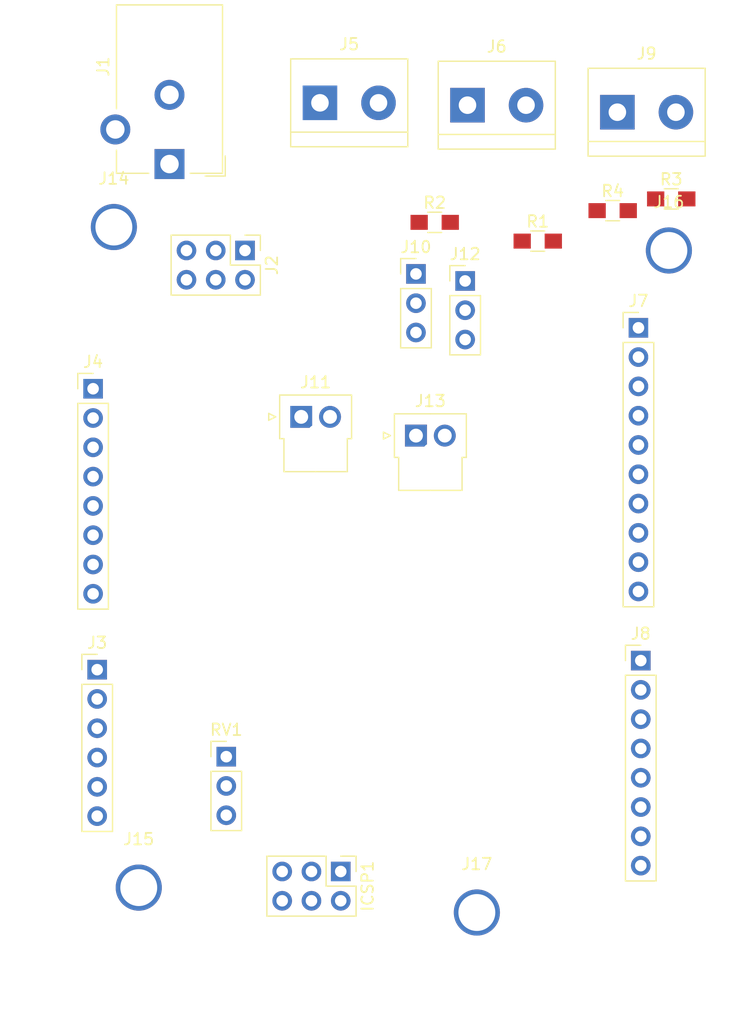
<source format=kicad_pcb>
(kicad_pcb (version 4) (host pcbnew 4.0.7)

  (general
    (links 37)
    (no_connects 37)
    (area 0 0 0 0)
    (thickness 1.6)
    (drawings 0)
    (tracks 0)
    (zones 0)
    (modules 23)
    (nets 13)
  )

  (page A4)
  (layers
    (0 F.Cu signal)
    (31 B.Cu signal)
    (32 B.Adhes user)
    (33 F.Adhes user)
    (34 B.Paste user)
    (35 F.Paste user)
    (36 B.SilkS user)
    (37 F.SilkS user)
    (38 B.Mask user)
    (39 F.Mask user)
    (40 Dwgs.User user)
    (41 Cmts.User user)
    (42 Eco1.User user)
    (43 Eco2.User user)
    (44 Edge.Cuts user)
    (45 Margin user)
    (46 B.CrtYd user)
    (47 F.CrtYd user)
    (48 B.Fab user)
    (49 F.Fab user)
  )

  (setup
    (last_trace_width 0.25)
    (trace_clearance 0.2)
    (zone_clearance 0.508)
    (zone_45_only no)
    (trace_min 0.2)
    (segment_width 0.2)
    (edge_width 0.15)
    (via_size 0.6)
    (via_drill 0.4)
    (via_min_size 0.4)
    (via_min_drill 0.3)
    (uvia_size 0.3)
    (uvia_drill 0.1)
    (uvias_allowed no)
    (uvia_min_size 0.2)
    (uvia_min_drill 0.1)
    (pcb_text_width 0.3)
    (pcb_text_size 1.5 1.5)
    (mod_edge_width 0.15)
    (mod_text_size 1 1)
    (mod_text_width 0.15)
    (pad_size 4 4)
    (pad_drill 3.2)
    (pad_to_mask_clearance 0.2)
    (aux_axis_origin 0 0)
    (visible_elements FFFFFF7F)
    (pcbplotparams
      (layerselection 0x00030_80000001)
      (usegerberextensions false)
      (excludeedgelayer true)
      (linewidth 0.100000)
      (plotframeref false)
      (viasonmask false)
      (mode 1)
      (useauxorigin false)
      (hpglpennumber 1)
      (hpglpenspeed 20)
      (hpglpendiameter 15)
      (hpglpenoverlay 2)
      (psnegative false)
      (psa4output false)
      (plotreference true)
      (plotvalue true)
      (plotinvisibletext false)
      (padsonsilk false)
      (subtractmaskfromsilk false)
      (outputformat 1)
      (mirror false)
      (drillshape 1)
      (scaleselection 1)
      (outputdirectory ""))
  )

  (net 0 "")
  (net 1 Barrel_PWR)
  (net 2 GND)
  (net 3 +5V)
  (net 4 Servo_PWR)
  (net 5 Vin)
  (net 6 A1)
  (net 7 A2)
  (net 8 A3)
  (net 9 A4)
  (net 10 A5)
  (net 11 6)
  (net 12 5)

  (net_class Default "This is the default net class."
    (clearance 0.2)
    (trace_width 0.25)
    (via_dia 0.6)
    (via_drill 0.4)
    (uvia_dia 0.3)
    (uvia_drill 0.1)
    (add_net +5V)
    (add_net 5)
    (add_net 6)
    (add_net A1)
    (add_net A2)
    (add_net A3)
    (add_net A4)
    (add_net A5)
    (add_net Barrel_PWR)
    (add_net GND)
    (add_net Servo_PWR)
    (add_net Vin)
  )

  (module Pin_Headers:Pin_Header_Straight_2x03_Pitch2.54mm (layer F.Cu) (tedit 59650532) (tstamp 5A5FF7A0)
    (at 127.381 135.128 270)
    (descr "Through hole straight pin header, 2x03, 2.54mm pitch, double rows")
    (tags "Through hole pin header THT 2x03 2.54mm double row")
    (path /5A54F9F8)
    (fp_text reference ICSP1 (at 1.27 -2.33 270) (layer F.SilkS)
      (effects (font (size 1 1) (thickness 0.15)))
    )
    (fp_text value Stack-Header_02x03_Odd_Even (at 1.27 7.41 270) (layer F.Fab)
      (effects (font (size 1 1) (thickness 0.15)))
    )
    (fp_line (start 0 -1.27) (end 3.81 -1.27) (layer F.Fab) (width 0.1))
    (fp_line (start 3.81 -1.27) (end 3.81 6.35) (layer F.Fab) (width 0.1))
    (fp_line (start 3.81 6.35) (end -1.27 6.35) (layer F.Fab) (width 0.1))
    (fp_line (start -1.27 6.35) (end -1.27 0) (layer F.Fab) (width 0.1))
    (fp_line (start -1.27 0) (end 0 -1.27) (layer F.Fab) (width 0.1))
    (fp_line (start -1.33 6.41) (end 3.87 6.41) (layer F.SilkS) (width 0.12))
    (fp_line (start -1.33 1.27) (end -1.33 6.41) (layer F.SilkS) (width 0.12))
    (fp_line (start 3.87 -1.33) (end 3.87 6.41) (layer F.SilkS) (width 0.12))
    (fp_line (start -1.33 1.27) (end 1.27 1.27) (layer F.SilkS) (width 0.12))
    (fp_line (start 1.27 1.27) (end 1.27 -1.33) (layer F.SilkS) (width 0.12))
    (fp_line (start 1.27 -1.33) (end 3.87 -1.33) (layer F.SilkS) (width 0.12))
    (fp_line (start -1.33 0) (end -1.33 -1.33) (layer F.SilkS) (width 0.12))
    (fp_line (start -1.33 -1.33) (end 0 -1.33) (layer F.SilkS) (width 0.12))
    (fp_line (start -1.8 -1.8) (end -1.8 6.85) (layer F.CrtYd) (width 0.05))
    (fp_line (start -1.8 6.85) (end 4.35 6.85) (layer F.CrtYd) (width 0.05))
    (fp_line (start 4.35 6.85) (end 4.35 -1.8) (layer F.CrtYd) (width 0.05))
    (fp_line (start 4.35 -1.8) (end -1.8 -1.8) (layer F.CrtYd) (width 0.05))
    (fp_text user %R (at 1.27 2.54 360) (layer F.Fab)
      (effects (font (size 1 1) (thickness 0.15)))
    )
    (pad 1 thru_hole rect (at 0 0 270) (size 1.7 1.7) (drill 1) (layers *.Cu *.Mask))
    (pad 2 thru_hole oval (at 2.54 0 270) (size 1.7 1.7) (drill 1) (layers *.Cu *.Mask))
    (pad 3 thru_hole oval (at 0 2.54 270) (size 1.7 1.7) (drill 1) (layers *.Cu *.Mask))
    (pad 4 thru_hole oval (at 2.54 2.54 270) (size 1.7 1.7) (drill 1) (layers *.Cu *.Mask))
    (pad 5 thru_hole oval (at 0 5.08 270) (size 1.7 1.7) (drill 1) (layers *.Cu *.Mask))
    (pad 6 thru_hole oval (at 2.54 5.08 270) (size 1.7 1.7) (drill 1) (layers *.Cu *.Mask))
    (model ${KISYS3DMOD}/Pin_Headers.3dshapes/Pin_Header_Straight_2x03_Pitch2.54mm.wrl
      (at (xyz 0 0 0))
      (scale (xyz 1 1 1))
      (rotate (xyz 0 0 0))
    )
  )

  (module Connectors:Barrel_Jack_CUI_PJ-102AH (layer F.Cu) (tedit 59BC552D) (tstamp 5A5FF7C2)
    (at 112.522 73.787 180)
    (descr "Thin-pin DC Barrel Jack, https://cdn-shop.adafruit.com/datasheets/21mmdcjackDatasheet.pdf")
    (tags "Power Jack")
    (path /5A54F3E6)
    (fp_text reference J1 (at 5.75 8.45 270) (layer F.SilkS)
      (effects (font (size 1 1) (thickness 0.15)))
    )
    (fp_text value Barrel_Jack (at -5.5 6.2 270) (layer F.Fab)
      (effects (font (size 1 1) (thickness 0.15)))
    )
    (fp_line (start 1.8 -1.8) (end 1.8 -1.2) (layer F.CrtYd) (width 0.05))
    (fp_line (start 1.8 -1.2) (end 5 -1.2) (layer F.CrtYd) (width 0.05))
    (fp_line (start 5 -1.2) (end 5 1.2) (layer F.CrtYd) (width 0.05))
    (fp_line (start 5 1.2) (end 6.5 1.2) (layer F.CrtYd) (width 0.05))
    (fp_line (start 6.5 1.2) (end 6.5 4.8) (layer F.CrtYd) (width 0.05))
    (fp_line (start 6.5 4.8) (end 5 4.8) (layer F.CrtYd) (width 0.05))
    (fp_line (start 5 4.8) (end 5 14.2) (layer F.CrtYd) (width 0.05))
    (fp_line (start 5 14.2) (end -5 14.2) (layer F.CrtYd) (width 0.05))
    (fp_line (start -5 14.2) (end -5 -1.2) (layer F.CrtYd) (width 0.05))
    (fp_line (start -5 -1.2) (end -1.8 -1.2) (layer F.CrtYd) (width 0.05))
    (fp_line (start -1.8 -1.2) (end -1.8 -1.8) (layer F.CrtYd) (width 0.05))
    (fp_line (start -1.8 -1.8) (end 1.8 -1.8) (layer F.CrtYd) (width 0.05))
    (fp_line (start 4.6 4.8) (end 4.6 13.8) (layer F.SilkS) (width 0.12))
    (fp_line (start 4.6 13.8) (end -4.6 13.8) (layer F.SilkS) (width 0.12))
    (fp_line (start -4.6 13.8) (end -4.6 -0.8) (layer F.SilkS) (width 0.12))
    (fp_line (start -4.6 -0.8) (end -1.8 -0.8) (layer F.SilkS) (width 0.12))
    (fp_line (start 1.8 -0.8) (end 4.6 -0.8) (layer F.SilkS) (width 0.12))
    (fp_line (start 4.6 -0.8) (end 4.6 1.2) (layer F.SilkS) (width 0.12))
    (fp_line (start -4.84 0.7) (end -4.84 -1.04) (layer F.SilkS) (width 0.12))
    (fp_line (start -4.84 -1.04) (end -3.1 -1.04) (layer F.SilkS) (width 0.12))
    (fp_line (start 4.5 -0.7) (end 4.5 13.7) (layer F.Fab) (width 0.1))
    (fp_line (start 4.5 13.7) (end -4.5 13.7) (layer F.Fab) (width 0.1))
    (fp_line (start -4.5 13.7) (end -4.5 0.3) (layer F.Fab) (width 0.1))
    (fp_line (start -4.5 0.3) (end -3.5 -0.7) (layer F.Fab) (width 0.1))
    (fp_line (start -3.5 -0.7) (end 4.5 -0.7) (layer F.Fab) (width 0.1))
    (fp_line (start -4.5 10.2) (end 4.5 10.2) (layer F.Fab) (width 0.1))
    (fp_text user %R (at 0 6.5 180) (layer F.Fab)
      (effects (font (size 1 1) (thickness 0.15)))
    )
    (pad 1 thru_hole rect (at 0 0 180) (size 2.6 2.6) (drill 1.6) (layers *.Cu *.Mask)
      (net 1 Barrel_PWR))
    (pad 2 thru_hole circle (at 0 6 180) (size 2.6 2.6) (drill 1.6) (layers *.Cu *.Mask)
      (net 2 GND))
    (pad 3 thru_hole circle (at 4.7 3 180) (size 2.6 2.6) (drill 1.6) (layers *.Cu *.Mask))
    (model ${KISYS3DMOD}/Connectors.3dshapes/Barrel_Jack_CUI_PJ-102AH.wrl
      (at (xyz 0 0 0))
      (scale (xyz 1 1 1))
      (rotate (xyz 0 0 0))
    )
  )

  (module Pin_Headers:Pin_Header_Straight_2x03_Pitch2.54mm (layer F.Cu) (tedit 59650532) (tstamp 5A5FF7DE)
    (at 119.0752 81.28 270)
    (descr "Through hole straight pin header, 2x03, 2.54mm pitch, double rows")
    (tags "Through hole pin header THT 2x03 2.54mm double row")
    (path /5A54F53B)
    (fp_text reference J2 (at 1.27 -2.33 270) (layer F.SilkS)
      (effects (font (size 1 1) (thickness 0.15)))
    )
    (fp_text value Conn_02x03_Odd_Even (at 1.27 7.41 270) (layer F.Fab)
      (effects (font (size 1 1) (thickness 0.15)))
    )
    (fp_line (start 0 -1.27) (end 3.81 -1.27) (layer F.Fab) (width 0.1))
    (fp_line (start 3.81 -1.27) (end 3.81 6.35) (layer F.Fab) (width 0.1))
    (fp_line (start 3.81 6.35) (end -1.27 6.35) (layer F.Fab) (width 0.1))
    (fp_line (start -1.27 6.35) (end -1.27 0) (layer F.Fab) (width 0.1))
    (fp_line (start -1.27 0) (end 0 -1.27) (layer F.Fab) (width 0.1))
    (fp_line (start -1.33 6.41) (end 3.87 6.41) (layer F.SilkS) (width 0.12))
    (fp_line (start -1.33 1.27) (end -1.33 6.41) (layer F.SilkS) (width 0.12))
    (fp_line (start 3.87 -1.33) (end 3.87 6.41) (layer F.SilkS) (width 0.12))
    (fp_line (start -1.33 1.27) (end 1.27 1.27) (layer F.SilkS) (width 0.12))
    (fp_line (start 1.27 1.27) (end 1.27 -1.33) (layer F.SilkS) (width 0.12))
    (fp_line (start 1.27 -1.33) (end 3.87 -1.33) (layer F.SilkS) (width 0.12))
    (fp_line (start -1.33 0) (end -1.33 -1.33) (layer F.SilkS) (width 0.12))
    (fp_line (start -1.33 -1.33) (end 0 -1.33) (layer F.SilkS) (width 0.12))
    (fp_line (start -1.8 -1.8) (end -1.8 6.85) (layer F.CrtYd) (width 0.05))
    (fp_line (start -1.8 6.85) (end 4.35 6.85) (layer F.CrtYd) (width 0.05))
    (fp_line (start 4.35 6.85) (end 4.35 -1.8) (layer F.CrtYd) (width 0.05))
    (fp_line (start 4.35 -1.8) (end -1.8 -1.8) (layer F.CrtYd) (width 0.05))
    (fp_text user %R (at 1.27 2.54 360) (layer F.Fab)
      (effects (font (size 1 1) (thickness 0.15)))
    )
    (pad 1 thru_hole rect (at 0 0 270) (size 1.7 1.7) (drill 1) (layers *.Cu *.Mask)
      (net 3 +5V))
    (pad 2 thru_hole oval (at 2.54 0 270) (size 1.7 1.7) (drill 1) (layers *.Cu *.Mask)
      (net 4 Servo_PWR))
    (pad 3 thru_hole oval (at 0 2.54 270) (size 1.7 1.7) (drill 1) (layers *.Cu *.Mask)
      (net 5 Vin))
    (pad 4 thru_hole oval (at 2.54 2.54 270) (size 1.7 1.7) (drill 1) (layers *.Cu *.Mask)
      (net 4 Servo_PWR))
    (pad 5 thru_hole oval (at 0 5.08 270) (size 1.7 1.7) (drill 1) (layers *.Cu *.Mask)
      (net 1 Barrel_PWR))
    (pad 6 thru_hole oval (at 2.54 5.08 270) (size 1.7 1.7) (drill 1) (layers *.Cu *.Mask)
      (net 4 Servo_PWR))
    (model ${KISYS3DMOD}/Pin_Headers.3dshapes/Pin_Header_Straight_2x03_Pitch2.54mm.wrl
      (at (xyz 0 0 0))
      (scale (xyz 1 1 1))
      (rotate (xyz 0 0 0))
    )
  )

  (module Pin_Headers:Pin_Header_Straight_1x06_Pitch2.54mm (layer F.Cu) (tedit 59650532) (tstamp 5A5FF7F8)
    (at 106.2482 117.6274)
    (descr "Through hole straight pin header, 1x06, 2.54mm pitch, single row")
    (tags "Through hole pin header THT 1x06 2.54mm single row")
    (path /5A54FB5A)
    (fp_text reference J3 (at 0 -2.33) (layer F.SilkS)
      (effects (font (size 1 1) (thickness 0.15)))
    )
    (fp_text value Stack-Header_01x06 (at 0 15.03) (layer F.Fab)
      (effects (font (size 1 1) (thickness 0.15)))
    )
    (fp_line (start -0.635 -1.27) (end 1.27 -1.27) (layer F.Fab) (width 0.1))
    (fp_line (start 1.27 -1.27) (end 1.27 13.97) (layer F.Fab) (width 0.1))
    (fp_line (start 1.27 13.97) (end -1.27 13.97) (layer F.Fab) (width 0.1))
    (fp_line (start -1.27 13.97) (end -1.27 -0.635) (layer F.Fab) (width 0.1))
    (fp_line (start -1.27 -0.635) (end -0.635 -1.27) (layer F.Fab) (width 0.1))
    (fp_line (start -1.33 14.03) (end 1.33 14.03) (layer F.SilkS) (width 0.12))
    (fp_line (start -1.33 1.27) (end -1.33 14.03) (layer F.SilkS) (width 0.12))
    (fp_line (start 1.33 1.27) (end 1.33 14.03) (layer F.SilkS) (width 0.12))
    (fp_line (start -1.33 1.27) (end 1.33 1.27) (layer F.SilkS) (width 0.12))
    (fp_line (start -1.33 0) (end -1.33 -1.33) (layer F.SilkS) (width 0.12))
    (fp_line (start -1.33 -1.33) (end 0 -1.33) (layer F.SilkS) (width 0.12))
    (fp_line (start -1.8 -1.8) (end -1.8 14.5) (layer F.CrtYd) (width 0.05))
    (fp_line (start -1.8 14.5) (end 1.8 14.5) (layer F.CrtYd) (width 0.05))
    (fp_line (start 1.8 14.5) (end 1.8 -1.8) (layer F.CrtYd) (width 0.05))
    (fp_line (start 1.8 -1.8) (end -1.8 -1.8) (layer F.CrtYd) (width 0.05))
    (fp_text user %R (at 0 6.35 90) (layer F.Fab)
      (effects (font (size 1 1) (thickness 0.15)))
    )
    (pad 1 thru_hole rect (at 0 0) (size 1.7 1.7) (drill 1) (layers *.Cu *.Mask))
    (pad 2 thru_hole oval (at 0 2.54) (size 1.7 1.7) (drill 1) (layers *.Cu *.Mask)
      (net 6 A1))
    (pad 3 thru_hole oval (at 0 5.08) (size 1.7 1.7) (drill 1) (layers *.Cu *.Mask)
      (net 7 A2))
    (pad 4 thru_hole oval (at 0 7.62) (size 1.7 1.7) (drill 1) (layers *.Cu *.Mask)
      (net 8 A3))
    (pad 5 thru_hole oval (at 0 10.16) (size 1.7 1.7) (drill 1) (layers *.Cu *.Mask)
      (net 9 A4))
    (pad 6 thru_hole oval (at 0 12.7) (size 1.7 1.7) (drill 1) (layers *.Cu *.Mask)
      (net 10 A5))
    (model ${KISYS3DMOD}/Pin_Headers.3dshapes/Pin_Header_Straight_1x06_Pitch2.54mm.wrl
      (at (xyz 0 0 0))
      (scale (xyz 1 1 1))
      (rotate (xyz 0 0 0))
    )
  )

  (module TerminalBlock:TerminalBlock_bornier-2_P5.08mm (layer F.Cu) (tedit 59FF03AB) (tstamp 5A5FF8A6)
    (at 125.5776 68.4784)
    (descr "simple 2-pin terminal block, pitch 5.08mm, revamped version of bornier2")
    (tags "terminal block bornier2")
    (path /5A54F471)
    (fp_text reference J5 (at 2.54 -5.08) (layer F.SilkS)
      (effects (font (size 1 1) (thickness 0.15)))
    )
    (fp_text value Screw_Terminal_01x02 (at 2.54 5.08) (layer F.Fab)
      (effects (font (size 1 1) (thickness 0.15)))
    )
    (fp_text user %R (at 2.54 0) (layer F.Fab)
      (effects (font (size 1 1) (thickness 0.15)))
    )
    (fp_line (start -2.41 2.55) (end 7.49 2.55) (layer F.Fab) (width 0.1))
    (fp_line (start -2.46 -3.75) (end -2.46 3.75) (layer F.Fab) (width 0.1))
    (fp_line (start -2.46 3.75) (end 7.54 3.75) (layer F.Fab) (width 0.1))
    (fp_line (start 7.54 3.75) (end 7.54 -3.75) (layer F.Fab) (width 0.1))
    (fp_line (start 7.54 -3.75) (end -2.46 -3.75) (layer F.Fab) (width 0.1))
    (fp_line (start 7.62 2.54) (end -2.54 2.54) (layer F.SilkS) (width 0.12))
    (fp_line (start 7.62 3.81) (end 7.62 -3.81) (layer F.SilkS) (width 0.12))
    (fp_line (start 7.62 -3.81) (end -2.54 -3.81) (layer F.SilkS) (width 0.12))
    (fp_line (start -2.54 -3.81) (end -2.54 3.81) (layer F.SilkS) (width 0.12))
    (fp_line (start -2.54 3.81) (end 7.62 3.81) (layer F.SilkS) (width 0.12))
    (fp_line (start -2.71 -4) (end 7.79 -4) (layer F.CrtYd) (width 0.05))
    (fp_line (start -2.71 -4) (end -2.71 4) (layer F.CrtYd) (width 0.05))
    (fp_line (start 7.79 4) (end 7.79 -4) (layer F.CrtYd) (width 0.05))
    (fp_line (start 7.79 4) (end -2.71 4) (layer F.CrtYd) (width 0.05))
    (pad 1 thru_hole rect (at 0 0) (size 3 3) (drill 1.52) (layers *.Cu *.Mask)
      (net 2 GND))
    (pad 2 thru_hole circle (at 5.08 0) (size 3 3) (drill 1.52) (layers *.Cu *.Mask)
      (net 3 +5V))
    (model ${KISYS3DMOD}/Terminal_Blocks.3dshapes/TerminalBlock_bornier-2_P5.08mm.wrl
      (at (xyz 0.1 0 0))
      (scale (xyz 1 1 1))
      (rotate (xyz 0 0 0))
    )
  )

  (module TerminalBlock:TerminalBlock_bornier-2_P5.08mm (layer F.Cu) (tedit 59FF03AB) (tstamp 5A5FF8BB)
    (at 138.3792 68.6816)
    (descr "simple 2-pin terminal block, pitch 5.08mm, revamped version of bornier2")
    (tags "terminal block bornier2")
    (path /5A54F4E2)
    (fp_text reference J6 (at 2.54 -5.08) (layer F.SilkS)
      (effects (font (size 1 1) (thickness 0.15)))
    )
    (fp_text value Screw_Terminal_01x02 (at 2.54 5.08) (layer F.Fab)
      (effects (font (size 1 1) (thickness 0.15)))
    )
    (fp_text user %R (at 2.54 0) (layer F.Fab)
      (effects (font (size 1 1) (thickness 0.15)))
    )
    (fp_line (start -2.41 2.55) (end 7.49 2.55) (layer F.Fab) (width 0.1))
    (fp_line (start -2.46 -3.75) (end -2.46 3.75) (layer F.Fab) (width 0.1))
    (fp_line (start -2.46 3.75) (end 7.54 3.75) (layer F.Fab) (width 0.1))
    (fp_line (start 7.54 3.75) (end 7.54 -3.75) (layer F.Fab) (width 0.1))
    (fp_line (start 7.54 -3.75) (end -2.46 -3.75) (layer F.Fab) (width 0.1))
    (fp_line (start 7.62 2.54) (end -2.54 2.54) (layer F.SilkS) (width 0.12))
    (fp_line (start 7.62 3.81) (end 7.62 -3.81) (layer F.SilkS) (width 0.12))
    (fp_line (start 7.62 -3.81) (end -2.54 -3.81) (layer F.SilkS) (width 0.12))
    (fp_line (start -2.54 -3.81) (end -2.54 3.81) (layer F.SilkS) (width 0.12))
    (fp_line (start -2.54 3.81) (end 7.62 3.81) (layer F.SilkS) (width 0.12))
    (fp_line (start -2.71 -4) (end 7.79 -4) (layer F.CrtYd) (width 0.05))
    (fp_line (start -2.71 -4) (end -2.71 4) (layer F.CrtYd) (width 0.05))
    (fp_line (start 7.79 4) (end 7.79 -4) (layer F.CrtYd) (width 0.05))
    (fp_line (start 7.79 4) (end -2.71 4) (layer F.CrtYd) (width 0.05))
    (pad 1 thru_hole rect (at 0 0) (size 3 3) (drill 1.52) (layers *.Cu *.Mask)
      (net 6 A1))
    (pad 2 thru_hole circle (at 5.08 0) (size 3 3) (drill 1.52) (layers *.Cu *.Mask)
      (net 7 A2))
    (model ${KISYS3DMOD}/Terminal_Blocks.3dshapes/TerminalBlock_bornier-2_P5.08mm.wrl
      (at (xyz 0.1 0 0))
      (scale (xyz 1 1 1))
      (rotate (xyz 0 0 0))
    )
  )

  (module Pin_Headers:Pin_Header_Straight_1x10_Pitch2.54mm (layer F.Cu) (tedit 59650532) (tstamp 5A5FF8D9)
    (at 153.2128 87.9856)
    (descr "Through hole straight pin header, 1x10, 2.54mm pitch, single row")
    (tags "Through hole pin header THT 1x10 2.54mm single row")
    (path /5A54FA3E)
    (fp_text reference J7 (at 0 -2.33) (layer F.SilkS)
      (effects (font (size 1 1) (thickness 0.15)))
    )
    (fp_text value Stack-Header_01x10 (at 0 25.19) (layer F.Fab)
      (effects (font (size 1 1) (thickness 0.15)))
    )
    (fp_line (start -0.635 -1.27) (end 1.27 -1.27) (layer F.Fab) (width 0.1))
    (fp_line (start 1.27 -1.27) (end 1.27 24.13) (layer F.Fab) (width 0.1))
    (fp_line (start 1.27 24.13) (end -1.27 24.13) (layer F.Fab) (width 0.1))
    (fp_line (start -1.27 24.13) (end -1.27 -0.635) (layer F.Fab) (width 0.1))
    (fp_line (start -1.27 -0.635) (end -0.635 -1.27) (layer F.Fab) (width 0.1))
    (fp_line (start -1.33 24.19) (end 1.33 24.19) (layer F.SilkS) (width 0.12))
    (fp_line (start -1.33 1.27) (end -1.33 24.19) (layer F.SilkS) (width 0.12))
    (fp_line (start 1.33 1.27) (end 1.33 24.19) (layer F.SilkS) (width 0.12))
    (fp_line (start -1.33 1.27) (end 1.33 1.27) (layer F.SilkS) (width 0.12))
    (fp_line (start -1.33 0) (end -1.33 -1.33) (layer F.SilkS) (width 0.12))
    (fp_line (start -1.33 -1.33) (end 0 -1.33) (layer F.SilkS) (width 0.12))
    (fp_line (start -1.8 -1.8) (end -1.8 24.65) (layer F.CrtYd) (width 0.05))
    (fp_line (start -1.8 24.65) (end 1.8 24.65) (layer F.CrtYd) (width 0.05))
    (fp_line (start 1.8 24.65) (end 1.8 -1.8) (layer F.CrtYd) (width 0.05))
    (fp_line (start 1.8 -1.8) (end -1.8 -1.8) (layer F.CrtYd) (width 0.05))
    (fp_text user %R (at 0 11.43 90) (layer F.Fab)
      (effects (font (size 1 1) (thickness 0.15)))
    )
    (pad 1 thru_hole rect (at 0 0) (size 1.7 1.7) (drill 1) (layers *.Cu *.Mask))
    (pad 2 thru_hole oval (at 0 2.54) (size 1.7 1.7) (drill 1) (layers *.Cu *.Mask))
    (pad 3 thru_hole oval (at 0 5.08) (size 1.7 1.7) (drill 1) (layers *.Cu *.Mask))
    (pad 4 thru_hole oval (at 0 7.62) (size 1.7 1.7) (drill 1) (layers *.Cu *.Mask)
      (net 2 GND))
    (pad 5 thru_hole oval (at 0 10.16) (size 1.7 1.7) (drill 1) (layers *.Cu *.Mask))
    (pad 6 thru_hole oval (at 0 12.7) (size 1.7 1.7) (drill 1) (layers *.Cu *.Mask))
    (pad 7 thru_hole oval (at 0 15.24) (size 1.7 1.7) (drill 1) (layers *.Cu *.Mask))
    (pad 8 thru_hole oval (at 0 17.78) (size 1.7 1.7) (drill 1) (layers *.Cu *.Mask))
    (pad 9 thru_hole oval (at 0 20.32) (size 1.7 1.7) (drill 1) (layers *.Cu *.Mask))
    (pad 10 thru_hole oval (at 0 22.86) (size 1.7 1.7) (drill 1) (layers *.Cu *.Mask))
    (model ${KISYS3DMOD}/Pin_Headers.3dshapes/Pin_Header_Straight_1x10_Pitch2.54mm.wrl
      (at (xyz 0 0 0))
      (scale (xyz 1 1 1))
      (rotate (xyz 0 0 0))
    )
  )

  (module Pin_Headers:Pin_Header_Straight_1x08_Pitch2.54mm (layer F.Cu) (tedit 59650532) (tstamp 5A5FF8F5)
    (at 153.416 116.84)
    (descr "Through hole straight pin header, 1x08, 2.54mm pitch, single row")
    (tags "Through hole pin header THT 1x08 2.54mm single row")
    (path /5A54FAAD)
    (fp_text reference J8 (at 0 -2.33) (layer F.SilkS)
      (effects (font (size 1 1) (thickness 0.15)))
    )
    (fp_text value Stack-Header_01x08 (at 0 20.11) (layer F.Fab)
      (effects (font (size 1 1) (thickness 0.15)))
    )
    (fp_line (start -0.635 -1.27) (end 1.27 -1.27) (layer F.Fab) (width 0.1))
    (fp_line (start 1.27 -1.27) (end 1.27 19.05) (layer F.Fab) (width 0.1))
    (fp_line (start 1.27 19.05) (end -1.27 19.05) (layer F.Fab) (width 0.1))
    (fp_line (start -1.27 19.05) (end -1.27 -0.635) (layer F.Fab) (width 0.1))
    (fp_line (start -1.27 -0.635) (end -0.635 -1.27) (layer F.Fab) (width 0.1))
    (fp_line (start -1.33 19.11) (end 1.33 19.11) (layer F.SilkS) (width 0.12))
    (fp_line (start -1.33 1.27) (end -1.33 19.11) (layer F.SilkS) (width 0.12))
    (fp_line (start 1.33 1.27) (end 1.33 19.11) (layer F.SilkS) (width 0.12))
    (fp_line (start -1.33 1.27) (end 1.33 1.27) (layer F.SilkS) (width 0.12))
    (fp_line (start -1.33 0) (end -1.33 -1.33) (layer F.SilkS) (width 0.12))
    (fp_line (start -1.33 -1.33) (end 0 -1.33) (layer F.SilkS) (width 0.12))
    (fp_line (start -1.8 -1.8) (end -1.8 19.55) (layer F.CrtYd) (width 0.05))
    (fp_line (start -1.8 19.55) (end 1.8 19.55) (layer F.CrtYd) (width 0.05))
    (fp_line (start 1.8 19.55) (end 1.8 -1.8) (layer F.CrtYd) (width 0.05))
    (fp_line (start 1.8 -1.8) (end -1.8 -1.8) (layer F.CrtYd) (width 0.05))
    (fp_text user %R (at 0 8.89 90) (layer F.Fab)
      (effects (font (size 1 1) (thickness 0.15)))
    )
    (pad 1 thru_hole rect (at 0 0) (size 1.7 1.7) (drill 1) (layers *.Cu *.Mask))
    (pad 2 thru_hole oval (at 0 2.54) (size 1.7 1.7) (drill 1) (layers *.Cu *.Mask)
      (net 11 6))
    (pad 3 thru_hole oval (at 0 5.08) (size 1.7 1.7) (drill 1) (layers *.Cu *.Mask)
      (net 12 5))
    (pad 4 thru_hole oval (at 0 7.62) (size 1.7 1.7) (drill 1) (layers *.Cu *.Mask))
    (pad 5 thru_hole oval (at 0 10.16) (size 1.7 1.7) (drill 1) (layers *.Cu *.Mask))
    (pad 6 thru_hole oval (at 0 12.7) (size 1.7 1.7) (drill 1) (layers *.Cu *.Mask))
    (pad 7 thru_hole oval (at 0 15.24) (size 1.7 1.7) (drill 1) (layers *.Cu *.Mask))
    (pad 8 thru_hole oval (at 0 17.78) (size 1.7 1.7) (drill 1) (layers *.Cu *.Mask))
    (model ${KISYS3DMOD}/Pin_Headers.3dshapes/Pin_Header_Straight_1x08_Pitch2.54mm.wrl
      (at (xyz 0 0 0))
      (scale (xyz 1 1 1))
      (rotate (xyz 0 0 0))
    )
  )

  (module TerminalBlock:TerminalBlock_bornier-2_P5.08mm (layer F.Cu) (tedit 59FF03AB) (tstamp 5A5FF90A)
    (at 151.384 69.2912)
    (descr "simple 2-pin terminal block, pitch 5.08mm, revamped version of bornier2")
    (tags "terminal block bornier2")
    (path /5A54F50A)
    (fp_text reference J9 (at 2.54 -5.08) (layer F.SilkS)
      (effects (font (size 1 1) (thickness 0.15)))
    )
    (fp_text value Screw_Terminal_01x02 (at 2.54 5.08) (layer F.Fab)
      (effects (font (size 1 1) (thickness 0.15)))
    )
    (fp_text user %R (at 2.54 0) (layer F.Fab)
      (effects (font (size 1 1) (thickness 0.15)))
    )
    (fp_line (start -2.41 2.55) (end 7.49 2.55) (layer F.Fab) (width 0.1))
    (fp_line (start -2.46 -3.75) (end -2.46 3.75) (layer F.Fab) (width 0.1))
    (fp_line (start -2.46 3.75) (end 7.54 3.75) (layer F.Fab) (width 0.1))
    (fp_line (start 7.54 3.75) (end 7.54 -3.75) (layer F.Fab) (width 0.1))
    (fp_line (start 7.54 -3.75) (end -2.46 -3.75) (layer F.Fab) (width 0.1))
    (fp_line (start 7.62 2.54) (end -2.54 2.54) (layer F.SilkS) (width 0.12))
    (fp_line (start 7.62 3.81) (end 7.62 -3.81) (layer F.SilkS) (width 0.12))
    (fp_line (start 7.62 -3.81) (end -2.54 -3.81) (layer F.SilkS) (width 0.12))
    (fp_line (start -2.54 -3.81) (end -2.54 3.81) (layer F.SilkS) (width 0.12))
    (fp_line (start -2.54 3.81) (end 7.62 3.81) (layer F.SilkS) (width 0.12))
    (fp_line (start -2.71 -4) (end 7.79 -4) (layer F.CrtYd) (width 0.05))
    (fp_line (start -2.71 -4) (end -2.71 4) (layer F.CrtYd) (width 0.05))
    (fp_line (start 7.79 4) (end 7.79 -4) (layer F.CrtYd) (width 0.05))
    (fp_line (start 7.79 4) (end -2.71 4) (layer F.CrtYd) (width 0.05))
    (pad 1 thru_hole rect (at 0 0) (size 3 3) (drill 1.52) (layers *.Cu *.Mask)
      (net 8 A3))
    (pad 2 thru_hole circle (at 5.08 0) (size 3 3) (drill 1.52) (layers *.Cu *.Mask)
      (net 9 A4))
    (model ${KISYS3DMOD}/Terminal_Blocks.3dshapes/TerminalBlock_bornier-2_P5.08mm.wrl
      (at (xyz 0.1 0 0))
      (scale (xyz 1 1 1))
      (rotate (xyz 0 0 0))
    )
  )

  (module Pin_Headers:Pin_Header_Straight_1x03_Pitch2.54mm (layer F.Cu) (tedit 59650532) (tstamp 5A5FF921)
    (at 133.9088 83.312)
    (descr "Through hole straight pin header, 1x03, 2.54mm pitch, single row")
    (tags "Through hole pin header THT 1x03 2.54mm single row")
    (path /5A54F976)
    (fp_text reference J10 (at 0 -2.33) (layer F.SilkS)
      (effects (font (size 1 1) (thickness 0.15)))
    )
    (fp_text value Conn_01x03 (at 0 7.41) (layer F.Fab)
      (effects (font (size 1 1) (thickness 0.15)))
    )
    (fp_line (start -0.635 -1.27) (end 1.27 -1.27) (layer F.Fab) (width 0.1))
    (fp_line (start 1.27 -1.27) (end 1.27 6.35) (layer F.Fab) (width 0.1))
    (fp_line (start 1.27 6.35) (end -1.27 6.35) (layer F.Fab) (width 0.1))
    (fp_line (start -1.27 6.35) (end -1.27 -0.635) (layer F.Fab) (width 0.1))
    (fp_line (start -1.27 -0.635) (end -0.635 -1.27) (layer F.Fab) (width 0.1))
    (fp_line (start -1.33 6.41) (end 1.33 6.41) (layer F.SilkS) (width 0.12))
    (fp_line (start -1.33 1.27) (end -1.33 6.41) (layer F.SilkS) (width 0.12))
    (fp_line (start 1.33 1.27) (end 1.33 6.41) (layer F.SilkS) (width 0.12))
    (fp_line (start -1.33 1.27) (end 1.33 1.27) (layer F.SilkS) (width 0.12))
    (fp_line (start -1.33 0) (end -1.33 -1.33) (layer F.SilkS) (width 0.12))
    (fp_line (start -1.33 -1.33) (end 0 -1.33) (layer F.SilkS) (width 0.12))
    (fp_line (start -1.8 -1.8) (end -1.8 6.85) (layer F.CrtYd) (width 0.05))
    (fp_line (start -1.8 6.85) (end 1.8 6.85) (layer F.CrtYd) (width 0.05))
    (fp_line (start 1.8 6.85) (end 1.8 -1.8) (layer F.CrtYd) (width 0.05))
    (fp_line (start 1.8 -1.8) (end -1.8 -1.8) (layer F.CrtYd) (width 0.05))
    (fp_text user %R (at 0 2.54 90) (layer F.Fab)
      (effects (font (size 1 1) (thickness 0.15)))
    )
    (pad 1 thru_hole rect (at 0 0) (size 1.7 1.7) (drill 1) (layers *.Cu *.Mask)
      (net 11 6))
    (pad 2 thru_hole oval (at 0 2.54) (size 1.7 1.7) (drill 1) (layers *.Cu *.Mask)
      (net 4 Servo_PWR))
    (pad 3 thru_hole oval (at 0 5.08) (size 1.7 1.7) (drill 1) (layers *.Cu *.Mask)
      (net 2 GND))
    (model ${KISYS3DMOD}/Pin_Headers.3dshapes/Pin_Header_Straight_1x03_Pitch2.54mm.wrl
      (at (xyz 0 0 0))
      (scale (xyz 1 1 1))
      (rotate (xyz 0 0 0))
    )
  )

  (module Connectors_Molex:Molex_NanoFit_1x02x2.50mm_Straight (layer F.Cu) (tedit 58A28DF3) (tstamp 5A5FF957)
    (at 123.952 95.7072)
    (descr "Molex Nano Fit, single row, top entry, through hole, Datasheet:http://www.molex.com/pdm_docs/sd/1053091203_sd.pdf")
    (tags "connector molex nano-fit 105309-xx04")
    (path /5A54FBCC)
    (fp_text reference J11 (at 1.25 -3) (layer F.SilkS)
      (effects (font (size 1 1) (thickness 0.15)))
    )
    (fp_text value Conn_01x02_Female (at 1.25 -4.5) (layer F.Fab)
      (effects (font (size 1 1) (thickness 0.15)))
    )
    (fp_line (start 1.25 -1.74) (end -1.72 -1.74) (layer F.Fab) (width 0.1))
    (fp_line (start -1.72 -1.74) (end -1.72 1.74) (layer F.Fab) (width 0.1))
    (fp_line (start -1.72 1.74) (end -1.35 1.74) (layer F.Fab) (width 0.1))
    (fp_line (start -1.35 1.74) (end -1.35 4.6) (layer F.Fab) (width 0.1))
    (fp_line (start -1.35 4.6) (end 1.25 4.6) (layer F.Fab) (width 0.1))
    (fp_line (start 1.25 -1.74) (end 4.22 -1.74) (layer F.Fab) (width 0.1))
    (fp_line (start 4.22 -1.74) (end 4.22 1.74) (layer F.Fab) (width 0.1))
    (fp_line (start 4.22 1.74) (end 3.85 1.74) (layer F.Fab) (width 0.1))
    (fp_line (start 3.85 1.74) (end 3.85 4.6) (layer F.Fab) (width 0.1))
    (fp_line (start 3.85 4.6) (end 1.25 4.6) (layer F.Fab) (width 0.1))
    (fp_line (start 1.25 -1.89) (end -1.87 -1.89) (layer F.SilkS) (width 0.12))
    (fp_line (start -1.87 -1.89) (end -1.87 1.89) (layer F.SilkS) (width 0.12))
    (fp_line (start -1.87 1.89) (end -1.5 1.89) (layer F.SilkS) (width 0.12))
    (fp_line (start -1.5 1.89) (end -1.5 4.75) (layer F.SilkS) (width 0.12))
    (fp_line (start -1.5 4.75) (end 1.25 4.75) (layer F.SilkS) (width 0.12))
    (fp_line (start 1.25 -1.89) (end 4.37 -1.89) (layer F.SilkS) (width 0.12))
    (fp_line (start 4.37 -1.89) (end 4.37 1.89) (layer F.SilkS) (width 0.12))
    (fp_line (start 4.37 1.89) (end 4 1.89) (layer F.SilkS) (width 0.12))
    (fp_line (start 4 1.89) (end 4 4.75) (layer F.SilkS) (width 0.12))
    (fp_line (start 4 4.75) (end 1.25 4.75) (layer F.SilkS) (width 0.12))
    (fp_line (start -0.85 2.54) (end -0.85 4.1) (layer F.Fab) (width 0.1))
    (fp_line (start -0.85 4.1) (end 3.35 4.1) (layer F.Fab) (width 0.1))
    (fp_line (start 3.35 4.1) (end 3.35 2.54) (layer F.Fab) (width 0.1))
    (fp_line (start 3.35 2.54) (end -0.85 2.54) (layer F.Fab) (width 0.1))
    (fp_line (start -2.21 -2.24) (end -2.21 2.24) (layer F.CrtYd) (width 0.05))
    (fp_line (start -2.21 2.24) (end -1.85 2.24) (layer F.CrtYd) (width 0.05))
    (fp_line (start -1.85 2.24) (end -1.85 5.09) (layer F.CrtYd) (width 0.05))
    (fp_line (start -1.85 5.09) (end 4.34 5.09) (layer F.CrtYd) (width 0.05))
    (fp_line (start 4.34 5.09) (end 4.34 2.24) (layer F.CrtYd) (width 0.05))
    (fp_line (start 4.34 2.24) (end 4.71 2.24) (layer F.CrtYd) (width 0.05))
    (fp_line (start 4.71 2.24) (end 4.71 -2.24) (layer F.CrtYd) (width 0.05))
    (fp_line (start 4.71 -2.24) (end -2.21 -2.24) (layer F.CrtYd) (width 0.05))
    (fp_line (start -1.1875 -1.1875) (end -1.1875 1.1875) (layer F.Fab) (width 0.1))
    (fp_line (start -1.1875 1.1875) (end 1.1875 1.1875) (layer F.Fab) (width 0.1))
    (fp_line (start 1.1875 1.1875) (end 1.1875 -1.1875) (layer F.Fab) (width 0.1))
    (fp_line (start 1.1875 -1.1875) (end -1.1875 -1.1875) (layer F.Fab) (width 0.1))
    (fp_line (start 1.3125 -1.1875) (end 1.3125 1.1875) (layer F.Fab) (width 0.1))
    (fp_line (start 1.3125 1.1875) (end 3.6875 1.1875) (layer F.Fab) (width 0.1))
    (fp_line (start 3.6875 1.1875) (end 3.6875 -1.1875) (layer F.Fab) (width 0.1))
    (fp_line (start 3.6875 -1.1875) (end 1.3125 -1.1875) (layer F.Fab) (width 0.1))
    (fp_line (start -2.22 0) (end -2.82 0.3) (layer F.SilkS) (width 0.12))
    (fp_line (start -2.82 0.3) (end -2.82 -0.3) (layer F.SilkS) (width 0.12))
    (fp_line (start -2.82 -0.3) (end -2.22 0) (layer F.SilkS) (width 0.12))
    (fp_line (start -2.22 0) (end -2.82 0.3) (layer F.Fab) (width 0.1))
    (fp_line (start -2.82 0.3) (end -2.82 -0.3) (layer F.Fab) (width 0.1))
    (fp_line (start -2.82 -0.3) (end -2.22 0) (layer F.Fab) (width 0.1))
    (fp_text user %R (at 1.25 -3) (layer F.Fab)
      (effects (font (size 1 1) (thickness 0.15)))
    )
    (pad 1 thru_hole rect (at 0 0) (size 1.9 1.9) (drill 1.2) (layers *.Cu *.Mask))
    (pad 2 thru_hole circle (at 2.5 0) (size 1.9 1.9) (drill 1.2) (layers *.Cu *.Mask)
      (net 2 GND))
    (pad "" np_thru_hole circle (at 1.25 1.34) (size 1.3 1.3) (drill 1.3) (layers *.Cu *.Mask))
    (model ${KISYS3DMOD}/Connectors_Molex.3dshapes/Molex_NanoFit_1x02x2.50mm_Straight.wrl
      (at (xyz 0 0 0))
      (scale (xyz 1 1 1))
      (rotate (xyz 0 0 0))
    )
  )

  (module Pin_Headers:Pin_Header_Straight_1x03_Pitch2.54mm (layer F.Cu) (tedit 59650532) (tstamp 5A5FF96E)
    (at 138.176 83.9216)
    (descr "Through hole straight pin header, 1x03, 2.54mm pitch, single row")
    (tags "Through hole pin header THT 1x03 2.54mm single row")
    (path /5A54F9BC)
    (fp_text reference J12 (at 0 -2.33) (layer F.SilkS)
      (effects (font (size 1 1) (thickness 0.15)))
    )
    (fp_text value Conn_01x03 (at 0 7.41) (layer F.Fab)
      (effects (font (size 1 1) (thickness 0.15)))
    )
    (fp_line (start -0.635 -1.27) (end 1.27 -1.27) (layer F.Fab) (width 0.1))
    (fp_line (start 1.27 -1.27) (end 1.27 6.35) (layer F.Fab) (width 0.1))
    (fp_line (start 1.27 6.35) (end -1.27 6.35) (layer F.Fab) (width 0.1))
    (fp_line (start -1.27 6.35) (end -1.27 -0.635) (layer F.Fab) (width 0.1))
    (fp_line (start -1.27 -0.635) (end -0.635 -1.27) (layer F.Fab) (width 0.1))
    (fp_line (start -1.33 6.41) (end 1.33 6.41) (layer F.SilkS) (width 0.12))
    (fp_line (start -1.33 1.27) (end -1.33 6.41) (layer F.SilkS) (width 0.12))
    (fp_line (start 1.33 1.27) (end 1.33 6.41) (layer F.SilkS) (width 0.12))
    (fp_line (start -1.33 1.27) (end 1.33 1.27) (layer F.SilkS) (width 0.12))
    (fp_line (start -1.33 0) (end -1.33 -1.33) (layer F.SilkS) (width 0.12))
    (fp_line (start -1.33 -1.33) (end 0 -1.33) (layer F.SilkS) (width 0.12))
    (fp_line (start -1.8 -1.8) (end -1.8 6.85) (layer F.CrtYd) (width 0.05))
    (fp_line (start -1.8 6.85) (end 1.8 6.85) (layer F.CrtYd) (width 0.05))
    (fp_line (start 1.8 6.85) (end 1.8 -1.8) (layer F.CrtYd) (width 0.05))
    (fp_line (start 1.8 -1.8) (end -1.8 -1.8) (layer F.CrtYd) (width 0.05))
    (fp_text user %R (at 0 2.54 90) (layer F.Fab)
      (effects (font (size 1 1) (thickness 0.15)))
    )
    (pad 1 thru_hole rect (at 0 0) (size 1.7 1.7) (drill 1) (layers *.Cu *.Mask)
      (net 12 5))
    (pad 2 thru_hole oval (at 0 2.54) (size 1.7 1.7) (drill 1) (layers *.Cu *.Mask)
      (net 4 Servo_PWR))
    (pad 3 thru_hole oval (at 0 5.08) (size 1.7 1.7) (drill 1) (layers *.Cu *.Mask)
      (net 2 GND))
    (model ${KISYS3DMOD}/Pin_Headers.3dshapes/Pin_Header_Straight_1x03_Pitch2.54mm.wrl
      (at (xyz 0 0 0))
      (scale (xyz 1 1 1))
      (rotate (xyz 0 0 0))
    )
  )

  (module Connectors_Molex:Molex_NanoFit_1x02x2.50mm_Straight (layer F.Cu) (tedit 58A28DF3) (tstamp 5A5FF9A4)
    (at 133.9088 97.3328)
    (descr "Molex Nano Fit, single row, top entry, through hole, Datasheet:http://www.molex.com/pdm_docs/sd/1053091203_sd.pdf")
    (tags "connector molex nano-fit 105309-xx04")
    (path /5A54FC18)
    (fp_text reference J13 (at 1.25 -3) (layer F.SilkS)
      (effects (font (size 1 1) (thickness 0.15)))
    )
    (fp_text value Conn_01x02_Female (at 1.25 -4.5) (layer F.Fab)
      (effects (font (size 1 1) (thickness 0.15)))
    )
    (fp_line (start 1.25 -1.74) (end -1.72 -1.74) (layer F.Fab) (width 0.1))
    (fp_line (start -1.72 -1.74) (end -1.72 1.74) (layer F.Fab) (width 0.1))
    (fp_line (start -1.72 1.74) (end -1.35 1.74) (layer F.Fab) (width 0.1))
    (fp_line (start -1.35 1.74) (end -1.35 4.6) (layer F.Fab) (width 0.1))
    (fp_line (start -1.35 4.6) (end 1.25 4.6) (layer F.Fab) (width 0.1))
    (fp_line (start 1.25 -1.74) (end 4.22 -1.74) (layer F.Fab) (width 0.1))
    (fp_line (start 4.22 -1.74) (end 4.22 1.74) (layer F.Fab) (width 0.1))
    (fp_line (start 4.22 1.74) (end 3.85 1.74) (layer F.Fab) (width 0.1))
    (fp_line (start 3.85 1.74) (end 3.85 4.6) (layer F.Fab) (width 0.1))
    (fp_line (start 3.85 4.6) (end 1.25 4.6) (layer F.Fab) (width 0.1))
    (fp_line (start 1.25 -1.89) (end -1.87 -1.89) (layer F.SilkS) (width 0.12))
    (fp_line (start -1.87 -1.89) (end -1.87 1.89) (layer F.SilkS) (width 0.12))
    (fp_line (start -1.87 1.89) (end -1.5 1.89) (layer F.SilkS) (width 0.12))
    (fp_line (start -1.5 1.89) (end -1.5 4.75) (layer F.SilkS) (width 0.12))
    (fp_line (start -1.5 4.75) (end 1.25 4.75) (layer F.SilkS) (width 0.12))
    (fp_line (start 1.25 -1.89) (end 4.37 -1.89) (layer F.SilkS) (width 0.12))
    (fp_line (start 4.37 -1.89) (end 4.37 1.89) (layer F.SilkS) (width 0.12))
    (fp_line (start 4.37 1.89) (end 4 1.89) (layer F.SilkS) (width 0.12))
    (fp_line (start 4 1.89) (end 4 4.75) (layer F.SilkS) (width 0.12))
    (fp_line (start 4 4.75) (end 1.25 4.75) (layer F.SilkS) (width 0.12))
    (fp_line (start -0.85 2.54) (end -0.85 4.1) (layer F.Fab) (width 0.1))
    (fp_line (start -0.85 4.1) (end 3.35 4.1) (layer F.Fab) (width 0.1))
    (fp_line (start 3.35 4.1) (end 3.35 2.54) (layer F.Fab) (width 0.1))
    (fp_line (start 3.35 2.54) (end -0.85 2.54) (layer F.Fab) (width 0.1))
    (fp_line (start -2.21 -2.24) (end -2.21 2.24) (layer F.CrtYd) (width 0.05))
    (fp_line (start -2.21 2.24) (end -1.85 2.24) (layer F.CrtYd) (width 0.05))
    (fp_line (start -1.85 2.24) (end -1.85 5.09) (layer F.CrtYd) (width 0.05))
    (fp_line (start -1.85 5.09) (end 4.34 5.09) (layer F.CrtYd) (width 0.05))
    (fp_line (start 4.34 5.09) (end 4.34 2.24) (layer F.CrtYd) (width 0.05))
    (fp_line (start 4.34 2.24) (end 4.71 2.24) (layer F.CrtYd) (width 0.05))
    (fp_line (start 4.71 2.24) (end 4.71 -2.24) (layer F.CrtYd) (width 0.05))
    (fp_line (start 4.71 -2.24) (end -2.21 -2.24) (layer F.CrtYd) (width 0.05))
    (fp_line (start -1.1875 -1.1875) (end -1.1875 1.1875) (layer F.Fab) (width 0.1))
    (fp_line (start -1.1875 1.1875) (end 1.1875 1.1875) (layer F.Fab) (width 0.1))
    (fp_line (start 1.1875 1.1875) (end 1.1875 -1.1875) (layer F.Fab) (width 0.1))
    (fp_line (start 1.1875 -1.1875) (end -1.1875 -1.1875) (layer F.Fab) (width 0.1))
    (fp_line (start 1.3125 -1.1875) (end 1.3125 1.1875) (layer F.Fab) (width 0.1))
    (fp_line (start 1.3125 1.1875) (end 3.6875 1.1875) (layer F.Fab) (width 0.1))
    (fp_line (start 3.6875 1.1875) (end 3.6875 -1.1875) (layer F.Fab) (width 0.1))
    (fp_line (start 3.6875 -1.1875) (end 1.3125 -1.1875) (layer F.Fab) (width 0.1))
    (fp_line (start -2.22 0) (end -2.82 0.3) (layer F.SilkS) (width 0.12))
    (fp_line (start -2.82 0.3) (end -2.82 -0.3) (layer F.SilkS) (width 0.12))
    (fp_line (start -2.82 -0.3) (end -2.22 0) (layer F.SilkS) (width 0.12))
    (fp_line (start -2.22 0) (end -2.82 0.3) (layer F.Fab) (width 0.1))
    (fp_line (start -2.82 0.3) (end -2.82 -0.3) (layer F.Fab) (width 0.1))
    (fp_line (start -2.82 -0.3) (end -2.22 0) (layer F.Fab) (width 0.1))
    (fp_text user %R (at 1.25 -3) (layer F.Fab)
      (effects (font (size 1 1) (thickness 0.15)))
    )
    (pad 1 thru_hole rect (at 0 0) (size 1.9 1.9) (drill 1.2) (layers *.Cu *.Mask))
    (pad 2 thru_hole circle (at 2.5 0) (size 1.9 1.9) (drill 1.2) (layers *.Cu *.Mask)
      (net 2 GND))
    (pad "" np_thru_hole circle (at 1.25 1.34) (size 1.3 1.3) (drill 1.3) (layers *.Cu *.Mask))
    (model ${KISYS3DMOD}/Connectors_Molex.3dshapes/Molex_NanoFit_1x02x2.50mm_Straight.wrl
      (at (xyz 0 0 0))
      (scale (xyz 1 1 1))
      (rotate (xyz 0 0 0))
    )
  )

  (module Mounting_Holes:MountingHole_3.2mm_M3_Pad (layer F.Cu) (tedit 5A56894B) (tstamp 5A5FF9AC)
    (at 107.696 79.248)
    (descr "Mounting Hole 3.2mm, M3")
    (tags "mounting hole 3.2mm m3")
    (path /5A550069)
    (attr virtual)
    (fp_text reference J14 (at 0 -4.2) (layer F.SilkS)
      (effects (font (size 1 1) (thickness 0.15)))
    )
    (fp_text value MOUNTING_HOLE (at 0 4.2) (layer F.Fab)
      (effects (font (size 1 1) (thickness 0.15)))
    )
    (fp_text user %R (at 0.3 0) (layer F.Fab)
      (effects (font (size 1 1) (thickness 0.15)))
    )
    (fp_circle (center 0 0) (end 3.2 0) (layer Cmts.User) (width 0.15))
    (fp_circle (center 0 0) (end 3.45 0) (layer F.CrtYd) (width 0.05))
    (pad 1 thru_hole circle (at 0 0) (size 4 4) (drill 3.2) (layers *.Cu *.Mask)
      (net 2 GND))
  )

  (module Mounting_Holes:MountingHole_3.2mm_M3_Pad (layer F.Cu) (tedit 5A56891B) (tstamp 5A5FF9B4)
    (at 109.855 136.525)
    (descr "Mounting Hole 3.2mm, M3")
    (tags "mounting hole 3.2mm m3")
    (path /5A5500E5)
    (attr virtual)
    (fp_text reference J15 (at 0 -4.2) (layer F.SilkS)
      (effects (font (size 1 1) (thickness 0.15)))
    )
    (fp_text value MOUNTING_HOLE (at 0 4.2) (layer F.Fab)
      (effects (font (size 1 1) (thickness 0.15)))
    )
    (fp_text user %R (at 0.3 0) (layer F.Fab)
      (effects (font (size 1 1) (thickness 0.15)))
    )
    (fp_circle (center 0 0) (end 3.2 0) (layer Cmts.User) (width 0.15))
    (fp_circle (center 0 0) (end 3.45 0) (layer F.CrtYd) (width 0.05))
    (pad 1 thru_hole circle (at 0 0) (size 4 4) (drill 3.2) (layers *.Cu *.Mask)
      (net 2 GND))
  )

  (module Mounting_Holes:MountingHole_3.2mm_M3_Pad (layer F.Cu) (tedit 5A56893B) (tstamp 5A5FF9C4)
    (at 139.192 138.684)
    (descr "Mounting Hole 3.2mm, M3")
    (tags "mounting hole 3.2mm m3")
    (path /5A55019C)
    (attr virtual)
    (fp_text reference J17 (at 0 -4.2) (layer F.SilkS)
      (effects (font (size 1 1) (thickness 0.15)))
    )
    (fp_text value MOUNTING_HOLE (at 0 4.2) (layer F.Fab)
      (effects (font (size 1 1) (thickness 0.15)))
    )
    (fp_text user %R (at 0.3 0) (layer F.Fab)
      (effects (font (size 1 1) (thickness 0.15)))
    )
    (fp_circle (center 0 0) (end 3.2 0) (layer Cmts.User) (width 0.15))
    (fp_circle (center 0 0) (end 3.45 0) (layer F.CrtYd) (width 0.05))
    (pad 1 thru_hole circle (at 0 0) (size 4 4) (drill 3.2) (layers *.Cu *.Mask)
      (net 2 GND))
  )

  (module Resistors_SMD:R_0805_HandSoldering (layer F.Cu) (tedit 58E0A804) (tstamp 5A5FF9D5)
    (at 144.4752 80.4672)
    (descr "Resistor SMD 0805, hand soldering")
    (tags "resistor 0805")
    (path /5A54F60B)
    (attr smd)
    (fp_text reference R1 (at 0 -1.7) (layer F.SilkS)
      (effects (font (size 1 1) (thickness 0.15)))
    )
    (fp_text value 10k (at 0 1.75) (layer F.Fab)
      (effects (font (size 1 1) (thickness 0.15)))
    )
    (fp_text user %R (at 0 0) (layer F.Fab)
      (effects (font (size 0.5 0.5) (thickness 0.075)))
    )
    (fp_line (start -1 0.62) (end -1 -0.62) (layer F.Fab) (width 0.1))
    (fp_line (start 1 0.62) (end -1 0.62) (layer F.Fab) (width 0.1))
    (fp_line (start 1 -0.62) (end 1 0.62) (layer F.Fab) (width 0.1))
    (fp_line (start -1 -0.62) (end 1 -0.62) (layer F.Fab) (width 0.1))
    (fp_line (start 0.6 0.88) (end -0.6 0.88) (layer F.SilkS) (width 0.12))
    (fp_line (start -0.6 -0.88) (end 0.6 -0.88) (layer F.SilkS) (width 0.12))
    (fp_line (start -2.35 -0.9) (end 2.35 -0.9) (layer F.CrtYd) (width 0.05))
    (fp_line (start -2.35 -0.9) (end -2.35 0.9) (layer F.CrtYd) (width 0.05))
    (fp_line (start 2.35 0.9) (end 2.35 -0.9) (layer F.CrtYd) (width 0.05))
    (fp_line (start 2.35 0.9) (end -2.35 0.9) (layer F.CrtYd) (width 0.05))
    (pad 1 smd rect (at -1.35 0) (size 1.5 1.3) (layers F.Cu F.Paste F.Mask)
      (net 7 A2))
    (pad 2 smd rect (at 1.35 0) (size 1.5 1.3) (layers F.Cu F.Paste F.Mask)
      (net 2 GND))
    (model ${KISYS3DMOD}/Resistors_SMD.3dshapes/R_0805.wrl
      (at (xyz 0 0 0))
      (scale (xyz 1 1 1))
      (rotate (xyz 0 0 0))
    )
  )

  (module Resistors_SMD:R_0805_HandSoldering (layer F.Cu) (tedit 58E0A804) (tstamp 5A5FF9E6)
    (at 135.5344 78.8416)
    (descr "Resistor SMD 0805, hand soldering")
    (tags "resistor 0805")
    (path /5A54F63E)
    (attr smd)
    (fp_text reference R2 (at 0 -1.7) (layer F.SilkS)
      (effects (font (size 1 1) (thickness 0.15)))
    )
    (fp_text value 10k (at 0 1.75) (layer F.Fab)
      (effects (font (size 1 1) (thickness 0.15)))
    )
    (fp_text user %R (at 0 0) (layer F.Fab)
      (effects (font (size 0.5 0.5) (thickness 0.075)))
    )
    (fp_line (start -1 0.62) (end -1 -0.62) (layer F.Fab) (width 0.1))
    (fp_line (start 1 0.62) (end -1 0.62) (layer F.Fab) (width 0.1))
    (fp_line (start 1 -0.62) (end 1 0.62) (layer F.Fab) (width 0.1))
    (fp_line (start -1 -0.62) (end 1 -0.62) (layer F.Fab) (width 0.1))
    (fp_line (start 0.6 0.88) (end -0.6 0.88) (layer F.SilkS) (width 0.12))
    (fp_line (start -0.6 -0.88) (end 0.6 -0.88) (layer F.SilkS) (width 0.12))
    (fp_line (start -2.35 -0.9) (end 2.35 -0.9) (layer F.CrtYd) (width 0.05))
    (fp_line (start -2.35 -0.9) (end -2.35 0.9) (layer F.CrtYd) (width 0.05))
    (fp_line (start 2.35 0.9) (end 2.35 -0.9) (layer F.CrtYd) (width 0.05))
    (fp_line (start 2.35 0.9) (end -2.35 0.9) (layer F.CrtYd) (width 0.05))
    (pad 1 smd rect (at -1.35 0) (size 1.5 1.3) (layers F.Cu F.Paste F.Mask)
      (net 6 A1))
    (pad 2 smd rect (at 1.35 0) (size 1.5 1.3) (layers F.Cu F.Paste F.Mask)
      (net 2 GND))
    (model ${KISYS3DMOD}/Resistors_SMD.3dshapes/R_0805.wrl
      (at (xyz 0 0 0))
      (scale (xyz 1 1 1))
      (rotate (xyz 0 0 0))
    )
  )

  (module Resistors_SMD:R_0805_HandSoldering (layer F.Cu) (tedit 58E0A804) (tstamp 5A5FF9F7)
    (at 156.0576 76.8096)
    (descr "Resistor SMD 0805, hand soldering")
    (tags "resistor 0805")
    (path /5A54F674)
    (attr smd)
    (fp_text reference R3 (at 0 -1.7) (layer F.SilkS)
      (effects (font (size 1 1) (thickness 0.15)))
    )
    (fp_text value 10k (at 0 1.75) (layer F.Fab)
      (effects (font (size 1 1) (thickness 0.15)))
    )
    (fp_text user %R (at 0 0) (layer F.Fab)
      (effects (font (size 0.5 0.5) (thickness 0.075)))
    )
    (fp_line (start -1 0.62) (end -1 -0.62) (layer F.Fab) (width 0.1))
    (fp_line (start 1 0.62) (end -1 0.62) (layer F.Fab) (width 0.1))
    (fp_line (start 1 -0.62) (end 1 0.62) (layer F.Fab) (width 0.1))
    (fp_line (start -1 -0.62) (end 1 -0.62) (layer F.Fab) (width 0.1))
    (fp_line (start 0.6 0.88) (end -0.6 0.88) (layer F.SilkS) (width 0.12))
    (fp_line (start -0.6 -0.88) (end 0.6 -0.88) (layer F.SilkS) (width 0.12))
    (fp_line (start -2.35 -0.9) (end 2.35 -0.9) (layer F.CrtYd) (width 0.05))
    (fp_line (start -2.35 -0.9) (end -2.35 0.9) (layer F.CrtYd) (width 0.05))
    (fp_line (start 2.35 0.9) (end 2.35 -0.9) (layer F.CrtYd) (width 0.05))
    (fp_line (start 2.35 0.9) (end -2.35 0.9) (layer F.CrtYd) (width 0.05))
    (pad 1 smd rect (at -1.35 0) (size 1.5 1.3) (layers F.Cu F.Paste F.Mask)
      (net 9 A4))
    (pad 2 smd rect (at 1.35 0) (size 1.5 1.3) (layers F.Cu F.Paste F.Mask)
      (net 2 GND))
    (model ${KISYS3DMOD}/Resistors_SMD.3dshapes/R_0805.wrl
      (at (xyz 0 0 0))
      (scale (xyz 1 1 1))
      (rotate (xyz 0 0 0))
    )
  )

  (module Resistors_SMD:R_0805_HandSoldering (layer F.Cu) (tedit 58E0A804) (tstamp 5A5FFA08)
    (at 150.9776 77.8256)
    (descr "Resistor SMD 0805, hand soldering")
    (tags "resistor 0805")
    (path /5A54F6A4)
    (attr smd)
    (fp_text reference R4 (at 0 -1.7) (layer F.SilkS)
      (effects (font (size 1 1) (thickness 0.15)))
    )
    (fp_text value 10k (at 0 1.75) (layer F.Fab)
      (effects (font (size 1 1) (thickness 0.15)))
    )
    (fp_text user %R (at 0 0) (layer F.Fab)
      (effects (font (size 0.5 0.5) (thickness 0.075)))
    )
    (fp_line (start -1 0.62) (end -1 -0.62) (layer F.Fab) (width 0.1))
    (fp_line (start 1 0.62) (end -1 0.62) (layer F.Fab) (width 0.1))
    (fp_line (start 1 -0.62) (end 1 0.62) (layer F.Fab) (width 0.1))
    (fp_line (start -1 -0.62) (end 1 -0.62) (layer F.Fab) (width 0.1))
    (fp_line (start 0.6 0.88) (end -0.6 0.88) (layer F.SilkS) (width 0.12))
    (fp_line (start -0.6 -0.88) (end 0.6 -0.88) (layer F.SilkS) (width 0.12))
    (fp_line (start -2.35 -0.9) (end 2.35 -0.9) (layer F.CrtYd) (width 0.05))
    (fp_line (start -2.35 -0.9) (end -2.35 0.9) (layer F.CrtYd) (width 0.05))
    (fp_line (start 2.35 0.9) (end 2.35 -0.9) (layer F.CrtYd) (width 0.05))
    (fp_line (start 2.35 0.9) (end -2.35 0.9) (layer F.CrtYd) (width 0.05))
    (pad 1 smd rect (at -1.35 0) (size 1.5 1.3) (layers F.Cu F.Paste F.Mask)
      (net 8 A3))
    (pad 2 smd rect (at 1.35 0) (size 1.5 1.3) (layers F.Cu F.Paste F.Mask)
      (net 2 GND))
    (model ${KISYS3DMOD}/Resistors_SMD.3dshapes/R_0805.wrl
      (at (xyz 0 0 0))
      (scale (xyz 1 1 1))
      (rotate (xyz 0 0 0))
    )
  )

  (module Pin_Headers:Pin_Header_Straight_1x03_Pitch2.54mm (layer F.Cu) (tedit 59650532) (tstamp 5A5FFA1F)
    (at 117.4496 125.1712)
    (descr "Through hole straight pin header, 1x03, 2.54mm pitch, single row")
    (tags "Through hole pin header THT 1x03 2.54mm single row")
    (path /5A54FC6F)
    (fp_text reference RV1 (at 0 -2.33) (layer F.SilkS)
      (effects (font (size 1 1) (thickness 0.15)))
    )
    (fp_text value POT (at 0 7.41) (layer F.Fab)
      (effects (font (size 1 1) (thickness 0.15)))
    )
    (fp_line (start -0.635 -1.27) (end 1.27 -1.27) (layer F.Fab) (width 0.1))
    (fp_line (start 1.27 -1.27) (end 1.27 6.35) (layer F.Fab) (width 0.1))
    (fp_line (start 1.27 6.35) (end -1.27 6.35) (layer F.Fab) (width 0.1))
    (fp_line (start -1.27 6.35) (end -1.27 -0.635) (layer F.Fab) (width 0.1))
    (fp_line (start -1.27 -0.635) (end -0.635 -1.27) (layer F.Fab) (width 0.1))
    (fp_line (start -1.33 6.41) (end 1.33 6.41) (layer F.SilkS) (width 0.12))
    (fp_line (start -1.33 1.27) (end -1.33 6.41) (layer F.SilkS) (width 0.12))
    (fp_line (start 1.33 1.27) (end 1.33 6.41) (layer F.SilkS) (width 0.12))
    (fp_line (start -1.33 1.27) (end 1.33 1.27) (layer F.SilkS) (width 0.12))
    (fp_line (start -1.33 0) (end -1.33 -1.33) (layer F.SilkS) (width 0.12))
    (fp_line (start -1.33 -1.33) (end 0 -1.33) (layer F.SilkS) (width 0.12))
    (fp_line (start -1.8 -1.8) (end -1.8 6.85) (layer F.CrtYd) (width 0.05))
    (fp_line (start -1.8 6.85) (end 1.8 6.85) (layer F.CrtYd) (width 0.05))
    (fp_line (start 1.8 6.85) (end 1.8 -1.8) (layer F.CrtYd) (width 0.05))
    (fp_line (start 1.8 -1.8) (end -1.8 -1.8) (layer F.CrtYd) (width 0.05))
    (fp_text user %R (at 0 2.54 90) (layer F.Fab)
      (effects (font (size 1 1) (thickness 0.15)))
    )
    (pad 1 thru_hole rect (at 0 0) (size 1.7 1.7) (drill 1) (layers *.Cu *.Mask)
      (net 3 +5V))
    (pad 2 thru_hole oval (at 0 2.54) (size 1.7 1.7) (drill 1) (layers *.Cu *.Mask)
      (net 10 A5))
    (pad 3 thru_hole oval (at 0 5.08) (size 1.7 1.7) (drill 1) (layers *.Cu *.Mask)
      (net 2 GND))
    (model ${KISYS3DMOD}/Pin_Headers.3dshapes/Pin_Header_Straight_1x03_Pitch2.54mm.wrl
      (at (xyz 0 0 0))
      (scale (xyz 1 1 1))
      (rotate (xyz 0 0 0))
    )
  )

  (module Pin_Headers:Pin_Header_Straight_1x08_Pitch2.54mm (layer F.Cu) (tedit 59650532) (tstamp 5A5FFE83)
    (at 105.8926 93.2688)
    (descr "Through hole straight pin header, 1x08, 2.54mm pitch, single row")
    (tags "Through hole pin header THT 1x08 2.54mm single row")
    (path /5A54FAFF)
    (fp_text reference J4 (at 0 -2.33) (layer F.SilkS)
      (effects (font (size 1 1) (thickness 0.15)))
    )
    (fp_text value Stack-Header_01x08 (at 0 20.11) (layer F.Fab)
      (effects (font (size 1 1) (thickness 0.15)))
    )
    (fp_line (start -0.635 -1.27) (end 1.27 -1.27) (layer F.Fab) (width 0.1))
    (fp_line (start 1.27 -1.27) (end 1.27 19.05) (layer F.Fab) (width 0.1))
    (fp_line (start 1.27 19.05) (end -1.27 19.05) (layer F.Fab) (width 0.1))
    (fp_line (start -1.27 19.05) (end -1.27 -0.635) (layer F.Fab) (width 0.1))
    (fp_line (start -1.27 -0.635) (end -0.635 -1.27) (layer F.Fab) (width 0.1))
    (fp_line (start -1.33 19.11) (end 1.33 19.11) (layer F.SilkS) (width 0.12))
    (fp_line (start -1.33 1.27) (end -1.33 19.11) (layer F.SilkS) (width 0.12))
    (fp_line (start 1.33 1.27) (end 1.33 19.11) (layer F.SilkS) (width 0.12))
    (fp_line (start -1.33 1.27) (end 1.33 1.27) (layer F.SilkS) (width 0.12))
    (fp_line (start -1.33 0) (end -1.33 -1.33) (layer F.SilkS) (width 0.12))
    (fp_line (start -1.33 -1.33) (end 0 -1.33) (layer F.SilkS) (width 0.12))
    (fp_line (start -1.8 -1.8) (end -1.8 19.55) (layer F.CrtYd) (width 0.05))
    (fp_line (start -1.8 19.55) (end 1.8 19.55) (layer F.CrtYd) (width 0.05))
    (fp_line (start 1.8 19.55) (end 1.8 -1.8) (layer F.CrtYd) (width 0.05))
    (fp_line (start 1.8 -1.8) (end -1.8 -1.8) (layer F.CrtYd) (width 0.05))
    (fp_text user %R (at 0 8.89 90) (layer F.Fab)
      (effects (font (size 1 1) (thickness 0.15)))
    )
    (pad 1 thru_hole rect (at 0 0) (size 1.7 1.7) (drill 1) (layers *.Cu *.Mask))
    (pad 2 thru_hole oval (at 0 2.54) (size 1.7 1.7) (drill 1) (layers *.Cu *.Mask))
    (pad 3 thru_hole oval (at 0 5.08) (size 1.7 1.7) (drill 1) (layers *.Cu *.Mask))
    (pad 4 thru_hole oval (at 0 7.62) (size 1.7 1.7) (drill 1) (layers *.Cu *.Mask))
    (pad 5 thru_hole oval (at 0 10.16) (size 1.7 1.7) (drill 1) (layers *.Cu *.Mask)
      (net 3 +5V))
    (pad 6 thru_hole oval (at 0 12.7) (size 1.7 1.7) (drill 1) (layers *.Cu *.Mask)
      (net 2 GND))
    (pad 7 thru_hole oval (at 0 15.24) (size 1.7 1.7) (drill 1) (layers *.Cu *.Mask)
      (net 2 GND))
    (pad 8 thru_hole oval (at 0 17.78) (size 1.7 1.7) (drill 1) (layers *.Cu *.Mask)
      (net 5 Vin))
    (model ${KISYS3DMOD}/Pin_Headers.3dshapes/Pin_Header_Straight_1x08_Pitch2.54mm.wrl
      (at (xyz 0 0 0))
      (scale (xyz 1 1 1))
      (rotate (xyz 0 0 0))
    )
  )

  (module Mounting_Holes:MountingHole_3.2mm_M3_Pad (layer F.Cu) (tedit 5A568A20) (tstamp 5A6001B9)
    (at 155.8544 81.28)
    (descr "Mounting Hole 3.2mm, M3")
    (tags "mounting hole 3.2mm m3")
    (path /5A55013D)
    (attr virtual)
    (fp_text reference J16 (at 0 -4.2) (layer F.SilkS)
      (effects (font (size 1 1) (thickness 0.15)))
    )
    (fp_text value MOUNTING_HOLE (at 0 4.2) (layer F.Fab)
      (effects (font (size 1 1) (thickness 0.15)))
    )
    (fp_text user %R (at 0.3 0) (layer F.Fab)
      (effects (font (size 1 1) (thickness 0.15)))
    )
    (fp_circle (center 0 0) (end 3.2 0) (layer Cmts.User) (width 0.15))
    (fp_circle (center 0 0) (end 3.45 0) (layer F.CrtYd) (width 0.05))
    (pad 1 thru_hole circle (at 0 0) (size 4 4) (drill 3.2) (layers *.Cu *.Mask)
      (net 2 GND))
  )

)

</source>
